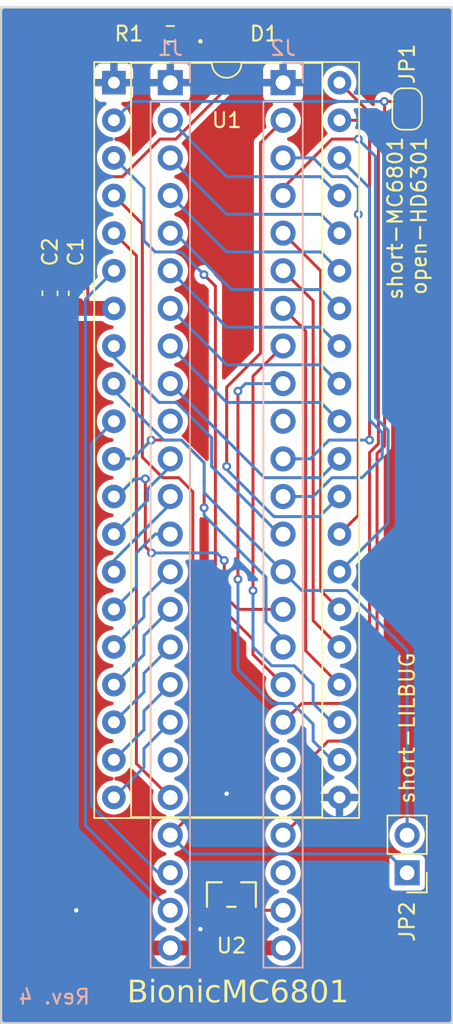
<source format=kicad_pcb>
(kicad_pcb (version 20221018) (generator pcbnew)
  (title_block (title "BionicMC6801") (date "2024-05-04") (rev "4") (company "Tadashi G. Takaoka"))
  (layers (0 "F.Cu" signal) (31 "B.Cu" signal) (34 "B.Paste" user) (35 "F.Paste" user) (36 "B.SilkS" user "B.Silkscreen") (37 "F.SilkS" user "F.Silkscreen") (38 "B.Mask" user) (39 "F.Mask" user) (44 "Edge.Cuts" user))
  (net 0 "")
  (net 1 "VCC")
  (net 2 "GND")
  (net 3 "/P26")
  (net 4 "/P27")
  (net 5 "/P47")
  (net 6 "/P46")
  (net 7 "/P25")
  (net 8 "/P24")
  (net 9 "/P23")
  (net 10 "/P22")
  (net 11 "/P21")
  (net 12 "/P20")
  (net 13 "/P34")
  (net 14 "/P35")
  (net 15 "/P17")
  (net 16 "/P36")
  (net 17 "/P16")
  (net 18 "/P15")
  (net 19 "/P40")
  (net 20 "/P14")
  (net 21 "/P41")
  (net 22 "/P13")
  (net 23 "/P42")
  (net 24 "/P12")
  (net 25 "/P11")
  (net 26 "/P44")
  (net 27 "/P10")
  (net 28 "/P45")
  (net 30 "/P50")
  (net 31 "/P43")
  (net 32 "/P52")
  (net 33 "/P30")
  (net 34 "/P31")
  (net 35 "/P32")
  (net 36 "/P33")
  (net 37 "/P37")
  (net 38 "/P51")
  (net 39 "/P53")
  (net 40 "Net-(D1-K)")
  (net 41 "/P55")
  (net 43 "Net-(J2-P57)")
  (footprint "0-LocalLibrary:DIP-40_W15.24mm_Socket" (layer "F.Cu") (at 108.62 75.08)
    (fp_text reference "U1" (at 7.62 2.54) (layer "F.SilkS"))
    (fp_text value "MC6801P")
    (fp_line (start -1.33 -1.39) (end -1.33 49.65) (stroke (width 0.12)) (layer "F.SilkS"))
    (fp_line (start -1.33 49.65) (end 16.57 49.65) (stroke (width 0.12)) (layer "F.SilkS"))
    (fp_line (start 1.16 -1.33) (end 1.16 49.59) (stroke (width 0.12)) (layer "F.SilkS"))
    (fp_line (start 1.16 49.59) (end 14.08 49.59) (stroke (width 0.12)) (layer "F.SilkS"))
    (fp_line (start 6.62 -1.33) (end 1.16 -1.33) (stroke (width 0.12)) (layer "F.SilkS"))
    (fp_line (start 14.08 -1.33) (end 8.62 -1.33) (stroke (width 0.12)) (layer "F.SilkS"))
    (fp_line (start 14.08 49.59) (end 14.08 -1.33) (stroke (width 0.12)) (layer "F.SilkS"))
    (fp_line (start 16.57 -1.39) (end -1.33 -1.39) (stroke (width 0.12)) (layer "F.SilkS"))
    (fp_line (start 16.57 49.65) (end 16.57 -1.39) (stroke (width 0.12)) (layer "F.SilkS"))
    (fp_arc (start 8.62 -1.33) (mid 7.62 -0.33) (end 6.62 -1.33) (stroke (width 0.12)) (layer "F.SilkS"))
    (pad "1" thru_hole rect locked (at 0 0) (size 1.6 1.6) (drill 0.8) (layers "*.Cu" "*.Mask") (net 2 "GND"))
    (pad "2" thru_hole oval locked (at 0 2.54) (size 1.6 1.6) (drill 0.8) (layers "*.Cu" "*.Mask") (net 41 "/P55"))
    (pad "3" thru_hole oval locked (at 0 5.08) (size 1.6 1.6) (drill 0.8) (layers "*.Cu" "*.Mask") (net 6 "/P46"))
    (pad "4" thru_hole oval locked (at 0 7.62) (size 1.6 1.6) (drill 0.8) (layers "*.Cu" "*.Mask") (net 38 "/P51"))
    (pad "5" thru_hole oval locked (at 0 10.16) (size 1.6 1.6) (drill 0.8) (layers "*.Cu" "*.Mask") (net 30 "/P50"))
    (pad "6" thru_hole oval locked (at 0 12.7) (size 1.6 1.6) (drill 0.8) (layers "*.Cu" "*.Mask") (net 39 "/P53"))
    (pad "7" thru_hole oval locked (at 0 15.24) (size 1.6 1.6) (drill 0.8) (layers "*.Cu" "*.Mask") (net 1 "VCC"))
    (pad "8" thru_hole oval locked (at 0 17.78) (size 1.6 1.6) (drill 0.8) (layers "*.Cu" "*.Mask") (net 23 "/P42"))
    (pad "9" thru_hole oval locked (at 0 20.32) (size 1.6 1.6) (drill 0.8) (layers "*.Cu" "*.Mask") (net 31 "/P43"))
    (pad "10" thru_hole oval locked (at 0 22.86) (size 1.6 1.6) (drill 0.8) (layers "*.Cu" "*.Mask") (net 32 "/P52"))
    (pad "11" thru_hole oval locked (at 0 25.4) (size 1.6 1.6) (drill 0.8) (layers "*.Cu" "*.Mask") (net 28 "/P45"))
    (pad "12" thru_hole oval locked (at 0 27.94) (size 1.6 1.6) (drill 0.8) (layers "*.Cu" "*.Mask") (net 26 "/P44"))
    (pad "13" thru_hole oval locked (at 0 30.48) (size 1.6 1.6) (drill 0.8) (layers "*.Cu" "*.Mask") (net 33 "/P30"))
    (pad "14" thru_hole oval locked (at 0 33.02) (size 1.6 1.6) (drill 0.8) (layers "*.Cu" "*.Mask") (net 34 "/P31"))
    (pad "15" thru_hole oval locked (at 0 35.56) (size 1.6 1.6) (drill 0.8) (layers "*.Cu" "*.Mask") (net 35 "/P32"))
    (pad "16" thru_hole oval locked (at 0 38.1) (size 1.6 1.6) (drill 0.8) (layers "*.Cu" "*.Mask") (net 36 "/P33"))
    (pad "17" thru_hole oval locked (at 0 40.64) (size 1.6 1.6) (drill 0.8) (layers "*.Cu" "*.Mask") (net 13 "/P34"))
    (pad "18" thru_hole oval locked (at 0 43.18) (size 1.6 1.6) (drill 0.8) (layers "*.Cu" "*.Mask") (net 14 "/P35"))
    (pad "19" thru_hole oval locked (at 0 45.72) (size 1.6 1.6) (drill 0.8) (layers "*.Cu" "*.Mask") (net 16 "/P36"))
    (pad "20" thru_hole oval locked (at 0 48.26) (size 1.6 1.6) (drill 0.8) (layers "*.Cu" "*.Mask") (net 37 "/P37"))
    (pad "21" thru_hole oval locked (at 15.24 48.26) (size 1.6 1.6) (drill 0.8) (layers "*.Cu" "*.Mask") (net 2 "GND"))
    (pad "22" thru_hole oval locked (at 15.24 45.72) (size 1.6 1.6) (drill 0.8) (layers "*.Cu" "*.Mask") (net 4 "/P27"))
    (pad "23" thru_hole oval locked (at 15.24 43.18) (size 1.6 1.6) (drill 0.8) (layers "*.Cu" "*.Mask") (net 3 "/P26"))
    (pad "24" thru_hole oval locked (at 15.24 40.64) (size 1.6 1.6) (drill 0.8) (layers "*.Cu" "*.Mask") (net 7 "/P25"))
    (pad "25" thru_hole oval locked (at 15.24 38.1) (size 1.6 1.6) (drill 0.8) (layers "*.Cu" "*.Mask") (net 8 "/P24"))
    (pad "26" thru_hole oval locked (at 15.24 35.56) (size 1.6 1.6) (drill 0.8) (layers "*.Cu" "*.Mask") (net 9 "/P23"))
    (pad "27" thru_hole oval locked (at 15.24 33.02) (size 1.6 1.6) (drill 0.8) (layers "*.Cu" "*.Mask") (net 10 "/P22"))
    (pad "28" thru_hole oval locked (at 15.24 30.48) (size 1.6 1.6) (drill 0.8) (layers "*.Cu" "*.Mask") (net 11 "/P21"))
    (pad "29" thru_hole oval locked (at 15.24 27.94) (size 1.6 1.6) (drill 0.8) (layers "*.Cu" "*.Mask") (net 12 "/P20"))
    (pad "30" thru_hole oval locked (at 15.24 25.4) (size 1.6 1.6) (drill 0.8) (layers "*.Cu" "*.Mask") (net 15 "/P17"))
    (pad "31" thru_hole oval locked (at 15.24 22.86) (size 1.6 1.6) (drill 0.8) (layers "*.Cu" "*.Mask") (net 17 "/P16"))
    (pad "32" thru_hole oval locked (at 15.24 20.32) (size 1.6 1.6) (drill 0.8) (layers "*.Cu" "*.Mask") (net 18 "/P15"))
    (pad "33" thru_hole oval locked (at 15.24 17.78) (size 1.6 1.6) (drill 0.8) (layers "*.Cu" "*.Mask") (net 20 "/P14"))
    (pad "34" thru_hole oval locked (at 15.24 15.24) (size 1.6 1.6) (drill 0.8) (layers "*.Cu" "*.Mask") (net 22 "/P13"))
    (pad "35" thru_hole oval locked (at 15.24 12.7) (size 1.6 1.6) (drill 0.8) (layers "*.Cu" "*.Mask") (net 24 "/P12"))
    (pad "36" thru_hole oval locked (at 15.24 10.16) (size 1.6 1.6) (drill 0.8) (layers "*.Cu" "*.Mask") (net 25 "/P11"))
    (pad "37" thru_hole oval locked (at 15.24 7.62) (size 1.6 1.6) (drill 0.8) (layers "*.Cu" "*.Mask") (net 27 "/P10"))
    (pad "38" thru_hole oval locked (at 15.24 5.08) (size 1.6 1.6) (drill 0.8) (layers "*.Cu" "*.Mask") (net 21 "/P41"))
    (pad "39" thru_hole oval locked (at 15.24 2.54) (size 1.6 1.6) (drill 0.8) (layers "*.Cu" "*.Mask") (net 19 "/P40"))
    (pad "40" thru_hole oval locked (at 15.24 0) (size 1.6 1.6) (drill 0.8) (layers "*.Cu" "*.Mask") (net 5 "/P47"))
  )
  (footprint "Resistor_SMD:R_0603_1608Metric_Pad0.98x0.95mm_HandSolder" (layer "F.Cu") (at 112.43 71.778 180)
    (fp_text reference "R1" (at 2.794 0) (layer "F.SilkS"))
    (fp_text value "1.6k")
    (fp_line (start -0.254724 -0.5225) (end 0.254724 -0.5225) (stroke (width 0.12)) (layer "F.SilkS"))
    (fp_line (start -0.254724 0.5225) (end 0.254724 0.5225) (stroke (width 0.12)) (layer "F.SilkS"))
    (pad "1" smd roundrect (at -0.9125 0 180) (size 0.975 0.95) (layers "F.Cu" "F.Paste" "F.Mask") (net 40 "Net-(D1-K)"))
    (pad "2" smd roundrect (at 0.9125 0 180) (size 0.975 0.95) (layers "F.Cu" "F.Paste" "F.Mask") (net 2 "GND"))
  )
  (footprint "Connector_PinHeader_2.54mm:PinHeader_1x02_P2.54mm_Vertical" (layer "F.Cu") (at 128.432 128.425 180)
    (fp_text reference "JP2" (at 0 -3.302 90) (layer "F.SilkS"))
    (fp_text value "LILBUG")
    (fp_line (start -1.33 -1.33) (end 0 -1.33) (stroke (width 0.12)) (layer "F.SilkS"))
    (fp_line (start -1.33 0) (end -1.33 -1.33) (stroke (width 0.12)) (layer "F.SilkS"))
    (fp_line (start -1.33 1.27) (end -1.33 3.87) (stroke (width 0.12)) (layer "F.SilkS"))
    (fp_line (start -1.33 1.27) (end 1.33 1.27) (stroke (width 0.12)) (layer "F.SilkS"))
    (fp_line (start -1.33 3.87) (end 1.33 3.87) (stroke (width 0.12)) (layer "F.SilkS"))
    (fp_line (start 1.33 1.27) (end 1.33 3.87) (stroke (width 0.12)) (layer "F.SilkS"))
    (pad "1" thru_hole rect (at 0 0 180) (size 1.7 1.7) (drill 1) (layers "*.Cu" "*.Mask") (net 38 "/P51"))
    (pad "2" thru_hole oval (at 0 2.54 180) (size 1.7 1.7) (drill 1) (layers "*.Cu" "*.Mask") (net 31 "/P43"))
  )
  (footprint "Capacitor_SMD:C_0603_1608Metric_Pad1.08x0.95mm_HandSolder" (layer "F.Cu") (at 106.08 89.304 90)
    (fp_text reference "C1" (at 2.794 -0.042 90) (layer "F.SilkS"))
    (fp_text value "0.1u")
    (fp_line (start -0.146267 -0.51) (end 0.146267 -0.51) (stroke (width 0.12)) (layer "F.SilkS"))
    (fp_line (start -0.146267 0.51) (end 0.146267 0.51) (stroke (width 0.12)) (layer "F.SilkS"))
    (pad "1" smd roundrect (at -0.8625 0 90) (size 1.075 0.95) (layers "F.Cu" "F.Paste" "F.Mask") (net 1 "VCC"))
    (pad "2" smd roundrect (at 0.8625 0 90) (size 1.075 0.95) (layers "F.Cu" "F.Paste" "F.Mask") (net 2 "GND"))
  )
  (footprint "0-LocalLibrary:SolderJumper-2_P1.3mm_Open_RoundedPad1.0x1.5mm" (layer "F.Cu") (at 128.432 76.858 90)
    (fp_text reference "JP1" (at 3.048 0 90) (layer "F.SilkS"))
    (fp_text value "CPU")
    (fp_line (start -1.4 0.3) (end -1.4 -0.3) (stroke (width 0.12)) (layer "F.SilkS"))
    (fp_line (start -0.7 -1) (end 0.7 -1) (stroke (width 0.12)) (layer "F.SilkS"))
    (fp_line (start 0.7 1) (end -0.7 1) (stroke (width 0.12)) (layer "F.SilkS"))
    (fp_line (start 1.4 -0.3) (end 1.4 0.3) (stroke (width 0.12)) (layer "F.SilkS"))
    (fp_arc (start -1.4 -0.3) (mid -1.194975 -0.794975) (end -0.7 -1) (stroke (width 0.12)) (layer "F.SilkS"))
    (fp_arc (start -0.7 1) (mid -1.194975 0.794975) (end -1.4 0.3) (stroke (width 0.12)) (layer "F.SilkS"))
    (fp_arc (start 0.7 -1) (mid 1.194975 -0.794975) (end 1.4 -0.3) (stroke (width 0.12)) (layer "F.SilkS"))
    (fp_arc (start 1.4 0.3) (mid 1.194975 0.794975) (end 0.7 1) (stroke (width 0.12)) (layer "F.SilkS"))
    (pad "1" smd custom (at -0.65 0 90) (size 1 0.5) (layers "F.Cu" "F.Mask") (net 2 "GND") (options (clearance outline) (anchor rect)) (primitives (gr_circle (center 0 0.25) (end 0.5 0.25) (width 0) (fill yes)) (gr_circle (center 0 -0.25) (end 0.5 -0.25) (width 0) (fill yes)) (gr_poly (pts (xy 0.5 0.75) (xy 0 0.75) (xy 0 -0.75) (xy 0.5 -0.75)) (width 0) (fill yes))))
    (pad "2" smd custom (at 0.65 0 90) (size 1 0.5) (layers "F.Cu" "F.Mask") (net 41 "/P55") (options (clearance outline) (anchor rect)) (primitives (gr_circle (center 0 0.25) (end 0.5 0.25) (width 0) (fill yes)) (gr_circle (center 0 -0.25) (end 0.5 -0.25) (width 0) (fill yes)) (gr_poly (pts (xy 0 0.75) (xy -0.5 0.75) (xy -0.5 -0.75) (xy 0 -0.75)) (width 0) (fill yes))))
  )
  (footprint "Capacitor_SMD:C_0603_1608Metric_Pad1.08x0.95mm_HandSolder" (layer "F.Cu") (at 104.302 89.304 90)
    (fp_text reference "C2" (at 2.794 0 90) (layer "F.SilkS"))
    (fp_text value "22u")
    (fp_line (start -0.146267 -0.51) (end 0.146267 -0.51) (stroke (width 0.12)) (layer "F.SilkS"))
    (fp_line (start -0.146267 0.51) (end 0.146267 0.51) (stroke (width 0.12)) (layer "F.SilkS"))
    (pad "1" smd roundrect (at -0.8625 0 90) (size 1.075 0.95) (layers "F.Cu" "F.Paste" "F.Mask") (net 1 "VCC"))
    (pad "2" smd roundrect (at 0.8625 0 90) (size 1.075 0.95) (layers "F.Cu" "F.Paste" "F.Mask") (net 2 "GND"))
  )
  (footprint "0-LocalLibrary:LED_CSL1901UW1_ROM" (layer "F.Cu") (at 116.24 71.778)
    (fp_text reference "D1" (at 2.54 0 unlocked) (layer "F.SilkS"))
    (fp_text value "CSL1901UW1")
    (fp_circle (center -1.778 0.508) (end -1.7018 0.508) (stroke (width 0.1524)) (fill none) (layer "F.SilkS"))
    (pad "1" smd rect (at -0.7747 0) (size 0.762 0.7112) (layers "F.Cu" "F.Paste" "F.Mask") (net 40 "Net-(D1-K)"))
    (pad "2" smd rect (at 0.7747 0) (size 0.762 0.7112) (layers "F.Cu" "F.Paste" "F.Mask") (net 1 "VCC"))
    (zone (net 0) (net_name "") (layer "F.Cu") (connect_pads (clearance 0)) (min_thickness 0.254)
      (keepout (tracks not_allowed) (vias not_allowed) (pads allowed) (copperpour not_allowed) (footprints allowed))
      (fill (thermal_gap 0.508) (thermal_bridge_width 0.508))
      (polygon (pts (xy 115.8971 71.4224) (xy 116.5829 71.4224) (xy 116.5829 72.1336) (xy 115.8971 72.1336)))
    )
  )
  (footprint "0-LocalLibrary:SOT-23_MC_MCH-M" (layer "F.Cu") (at 116.56 129.894)
    (fp_text reference "U2" (at 0 3.4544 unlocked) (layer "F.SilkS"))
    (fp_text value "11AA010-I/TT")
    (fp_line (start -1.652 -0.827) (end -1.652 0.827) (stroke (width 0.1524)) (layer "F.SilkS"))
    (fp_line (start -0.66294 -0.827) (end -1.652 -0.827) (stroke (width 0.1524)) (layer "F.SilkS"))
    (fp_line (start -0.287061 0.827) (end 0.287061 0.827) (stroke (width 0.1524)) (layer "F.SilkS"))
    (fp_line (start 1.652 -0.827) (end 0.66294 -0.827) (stroke (width 0.1524)) (layer "F.SilkS"))
    (fp_line (start 1.652 0.827) (end 1.652 -0.827) (stroke (width 0.1524)) (layer "F.SilkS"))
    (pad "1" smd rect (at -0.950001 1.066) (size 0.6604 1.6256) (layers "F.Cu" "F.Paste" "F.Mask") (net 2 "GND"))
    (pad "2" smd rect (at 0.950001 1.066) (size 0.6604 1.6256) (layers "F.Cu" "F.Paste" "F.Mask") (net 43 "Net-(J2-P57)"))
    (pad "3" smd rect (at 0 -1.066) (size 0.6604 1.6256) (layers "F.Cu" "F.Paste" "F.Mask") (net 1 "VCC"))
  )
  (footprint "0-LocalLibrary:Bionic-P245_Vertical" (layer "B.Cu") (at 120.05 75.08 180)
    (fp_text reference "J2" (at 0 2.33) (layer "B.SilkS") (effects (justify mirror)))
    (fp_text value "Bionic-P245")
    (fp_line (start -1.33 -59.75) (end 1.33 -59.75) (stroke (width 0.12)) (layer "B.SilkS"))
    (fp_line (start -1.33 -1.27) (end -1.33 -59.75) (stroke (width 0.12)) (layer "B.SilkS"))
    (fp_line (start -1.33 -1.27) (end 1.33 -1.27) (stroke (width 0.12)) (layer "B.SilkS"))
    (fp_line (start -1.33 0) (end -1.33 1.33) (stroke (width 0.12)) (layer "B.SilkS"))
    (fp_line (start -1.33 1.33) (end 0 1.33) (stroke (width 0.12)) (layer "B.SilkS"))
    (fp_line (start 1.33 -1.27) (end 1.33 -59.75) (stroke (width 0.12)) (layer "B.SilkS"))
    (pad "25" thru_hole oval (at 0 -58.42 180) (size 1.7 1.7) (drill 1) (layers "*.Cu" "*.Mask") (net 1 "VCC"))
    (pad "26" thru_hole oval (at 0 -55.88 180) (size 1.7 1.7) (drill 1) (layers "*.Cu" "*.Mask") (net 43 "Net-(J2-P57)"))
    (pad "27" thru_hole oval (at 0 -53.34 180) (size 1.7 1.7) (drill 1) (layers "*.Cu" "*.Mask"))
    (pad "28" thru_hole oval (at 0 -50.8 180) (size 1.7 1.7) (drill 1) (layers "*.Cu" "*.Mask") (net 41 "/P55"))
    (pad "29" thru_hole oval (at 0 -48.26 180) (size 1.7 1.7) (drill 1) (layers "*.Cu" "*.Mask"))
    (pad "30" thru_hole oval (at 0 -45.72 180) (size 1.7 1.7) (drill 1) (layers "*.Cu" "*.Mask"))
    (pad "31" thru_hole oval (at 0 -43.18 180) (size 1.7 1.7) (drill 1) (layers "*.Cu" "*.Mask") (net 5 "/P47"))
    (pad "32" thru_hole oval (at 0 -40.64 180) (size 1.7 1.7) (drill 1) (layers "*.Cu" "*.Mask") (net 6 "/P46"))
    (pad "33" thru_hole oval (at 0 -38.1 180) (size 1.7 1.7) (drill 1) (layers "*.Cu" "*.Mask") (net 28 "/P45"))
    (pad "34" thru_hole oval (at 0 -35.56 180) (size 1.7 1.7) (drill 1) (layers "*.Cu" "*.Mask") (net 26 "/P44"))
    (pad "35" thru_hole oval (at 0 -33.02 180) (size 1.7 1.7) (drill 1) (layers "*.Cu" "*.Mask") (net 31 "/P43"))
    (pad "36" thru_hole oval (at 0 -30.48 180) (size 1.7 1.7) (drill 1) (layers "*.Cu" "*.Mask") (net 23 "/P42"))
    (pad "37" thru_hole oval (at 0 -27.94 180) (size 1.7 1.7) (drill 1) (layers "*.Cu" "*.Mask") (net 21 "/P41"))
    (pad "38" thru_hole oval (at 0 -25.4 180) (size 1.7 1.7) (drill 1) (layers "*.Cu" "*.Mask") (net 19 "/P40"))
    (pad "39" thru_hole oval (at 0 -22.86 180) (size 1.7 1.7) (drill 1) (layers "*.Cu" "*.Mask"))
    (pad "40" thru_hole oval (at 0 -20.32 180) (size 1.7 1.7) (drill 1) (layers "*.Cu" "*.Mask") (net 4 "/P27"))
    (pad "41" thru_hole oval (at 0 -17.78 180) (size 1.7 1.7) (drill 1) (layers "*.Cu" "*.Mask") (net 3 "/P26"))
    (pad "42" thru_hole oval (at 0 -15.24 180) (size 1.7 1.7) (drill 1) (layers "*.Cu" "*.Mask") (net 7 "/P25"))
    (pad "43" thru_hole oval (at 0 -12.7 180) (size 1.7 1.7) (drill 1) (layers "*.Cu" "*.Mask") (net 8 "/P24"))
    (pad "44" thru_hole oval (at 0 -10.16 180) (size 1.7 1.7) (drill 1) (layers "*.Cu" "*.Mask") (net 9 "/P23"))
    (pad "45" thru_hole oval (at 0 -7.62 180) (size 1.7 1.7) (drill 1) (layers "*.Cu" "*.Mask") (net 10 "/P22"))
    (pad "46" thru_hole oval (at 0 -5.08 180) (size 1.7 1.7) (drill 1) (layers "*.Cu" "*.Mask") (net 11 "/P21"))
    (pad "47" thru_hole oval (at 0 -2.54 180) (size 1.7 1.7) (drill 1) (layers "*.Cu" "*.Mask") (net 12 "/P20"))
    (pad "48" thru_hole rect (at 0 0 180) (size 1.7 1.7) (drill 1) (layers "*.Cu" "*.Mask") (net 2 "GND"))
  )
  (footprint "0-LocalLibrary:Bionic-P135_Vertical" (layer "B.Cu") (at 112.43 75.08 180)
    (fp_text reference "J1" (at 0 2.33) (layer "B.SilkS") (effects (justify mirror)))
    (fp_text value "Bionic-P135")
    (fp_line (start -1.33 -59.75) (end 1.33 -59.75) (stroke (width 0.12)) (layer "B.SilkS"))
    (fp_line (start -1.33 -1.27) (end -1.33 -59.75) (stroke (width 0.12)) (layer "B.SilkS"))
    (fp_line (start -1.33 -1.27) (end 1.33 -1.27) (stroke (width 0.12)) (layer "B.SilkS"))
    (fp_line (start -1.33 0) (end -1.33 1.33) (stroke (width 0.12)) (layer "B.SilkS"))
    (fp_line (start -1.33 1.33) (end 0 1.33) (stroke (width 0.12)) (layer "B.SilkS"))
    (fp_line (start 1.33 -1.27) (end 1.33 -59.75) (stroke (width 0.12)) (layer "B.SilkS"))
    (pad "1" thru_hole rect locked (at 0 0 180) (size 1.7 1.7) (drill 1) (layers "*.Cu" "*.Mask") (net 2 "GND"))
    (pad "2" thru_hole oval locked (at 0 -2.54 180) (size 1.7 1.7) (drill 1) (layers "*.Cu" "*.Mask") (net 27 "/P10"))
    (pad "3" thru_hole oval locked (at 0 -5.08 180) (size 1.7 1.7) (drill 1) (layers "*.Cu" "*.Mask") (net 25 "/P11"))
    (pad "4" thru_hole oval locked (at 0 -7.62 180) (size 1.7 1.7) (drill 1) (layers "*.Cu" "*.Mask") (net 24 "/P12"))
    (pad "5" thru_hole oval locked (at 0 -10.16 180) (size 1.7 1.7) (drill 1) (layers "*.Cu" "*.Mask") (net 22 "/P13"))
    (pad "6" thru_hole oval locked (at 0 -12.7 180) (size 1.7 1.7) (drill 1) (layers "*.Cu" "*.Mask") (net 20 "/P14"))
    (pad "7" thru_hole oval locked (at 0 -15.24 180) (size 1.7 1.7) (drill 1) (layers "*.Cu" "*.Mask") (net 18 "/P15"))
    (pad "8" thru_hole oval locked (at 0 -17.78 180) (size 1.7 1.7) (drill 1) (layers "*.Cu" "*.Mask") (net 17 "/P16"))
    (pad "9" thru_hole oval locked (at 0 -20.32 180) (size 1.7 1.7) (drill 1) (layers "*.Cu" "*.Mask") (net 15 "/P17"))
    (pad "10" thru_hole oval locked (at 0 -22.86 180) (size 1.7 1.7) (drill 1) (layers "*.Cu" "*.Mask"))
    (pad "11" thru_hole oval locked (at 0 -25.4 180) (size 1.7 1.7) (drill 1) (layers "*.Cu" "*.Mask") (net 33 "/P30"))
    (pad "12" thru_hole oval locked (at 0 -27.94 180) (size 1.7 1.7) (drill 1) (layers "*.Cu" "*.Mask") (net 34 "/P31"))
    (pad "13" thru_hole oval locked (at 0 -30.48 180) (size 1.7 1.7) (drill 1) (layers "*.Cu" "*.Mask") (net 35 "/P32"))
    (pad "14" thru_hole oval locked (at 0 -33.02 180) (size 1.7 1.7) (drill 1) (layers "*.Cu" "*.Mask") (net 36 "/P33"))
    (pad "15" thru_hole oval locked (at 0 -35.56 180) (size 1.7 1.7) (drill 1) (layers "*.Cu" "*.Mask") (net 13 "/P34"))
    (pad "16" thru_hole oval locked (at 0 -38.1 180) (size 1.7 1.7) (drill 1) (layers "*.Cu" "*.Mask") (net 14 "/P35"))
    (pad "17" thru_hole oval locked (at 0 -40.64 180) (size 1.7 1.7) (drill 1) (layers "*.Cu" "*.Mask") (net 16 "/P36"))
    (pad "18" thru_hole oval locked (at 0 -43.18 180) (size 1.7 1.7) (drill 1) (layers "*.Cu" "*.Mask") (net 37 "/P37"))
    (pad "19" thru_hole oval locked (at 0 -45.72 180) (size 1.7 1.7) (drill 1) (layers "*.Cu" "*.Mask"))
    (pad "20" thru_hole oval locked (at 0 -48.26 180) (size 1.7 1.7) (drill 1) (layers "*.Cu" "*.Mask") (net 30 "/P50"))
    (pad "21" thru_hole oval locked (at 0 -50.8 180) (size 1.7 1.7) (drill 1) (layers "*.Cu" "*.Mask") (net 38 "/P51"))
    (pad "22" thru_hole oval locked (at 0 -53.34 180) (size 1.7 1.7) (drill 1) (layers "*.Cu" "*.Mask") (net 32 "/P52"))
    (pad "23" thru_hole oval locked (at 0 -55.88 180) (size 1.7 1.7) (drill 1) (layers "*.Cu" "*.Mask") (net 39 "/P53"))
    (pad "24" thru_hole oval locked (at 0 -58.42 180) (size 1.7 1.7) (drill 1) (layers "*.Cu" "*.Mask") (net 1 "VCC"))
  )
  (gr_rect (start 101 70) (end 131.48 138.58) (stroke (width 0.15)) (fill none) (layer "Edge.Cuts"))
  (gr_text "Rev. 4" (at 107.096 136.802) (layer "B.SilkS") (effects (font (size 1 1)) (justify left mirror)))
  (gr_text "BionicMC6801" (at 117.002 136.548) (layer "F.SilkS") (effects (font (size 1.5 1.5))))
  (gr_text "short-LILBUG" (at 128.432 123.848 90) (layer "F.SilkS") (effects (font (size 1 1)) (justify left)))
  (gr_text "short-MC6801\nopen-HD6301" (at 128.432 78.636 90) (layer "F.SilkS") (effects (font (size 1 1)) (justify right)))
  (segment locked (start 120.05 133.5) (end 112.43 133.5) (width 1) (layer "F.Cu") (net 1))
  (segment locked (start 105.572 133.5) (end 103.54 131.468) (width 1) (layer "F.Cu") (net 1))
  (segment (start 116.56 128.828) (end 116.56 133.5) (width 0.2) (layer "F.Cu") (net 1))
  (segment (start 104.3021 90.1665) (end 104.5058 90.3702) (width 0.2) (layer "F.Cu") (net 1))
  (segment (start 106.8578 82.6842) (end 106.8578 90.3185) (width 0.2) (layer "F.Cu") (net 1))
  (segment (start 106.08 90.262) (end 106.08 90.1665) (width 0.2) (layer "F.Cu") (net 1))
  (segment (start 112.8027 78.89) (end 111.73485 78.89) (width 0.2) (layer "F.Cu") (net 1))
  (segment (start 109.19485 81.43) (end 108.112 81.43) (width 0.2) (layer "F.Cu") (net 1))
  (segment locked (start 104.556 90.32) (end 108.62 90.32) (width 1) (layer "F.Cu") (net 1))
  (segment (start 111.73485 78.89) (end 109.19485 81.43) (width 0.2) (layer "F.Cu") (net 1))
  (segment (start 117.0147 74.678) (end 112.8027 78.89) (width 0.2) (layer "F.Cu") (net 1))
  (segment (start 104.302 90.1665) (end 104.3021 90.1665) (width 0.2) (layer "F.Cu") (net 1))
  (segment locked (start 103.54 91.336) (end 104.556 90.32) (width 1) (layer "F.Cu") (net 1))
  (segment (start 108.112 81.43) (end 106.8578 82.6842) (width 0.2) (layer "F.Cu") (net 1))
  (segment locked (start 112.43 133.5) (end 105.572 133.5) (width 1) (layer "F.Cu") (net 1))
  (segment (start 106.138 90.32) (end 106.08 90.262) (width 0.2) (layer "F.Cu") (net 1))
  (segment locked (start 103.54 131.468) (end 103.54 91.336) (width 1) (layer "F.Cu") (net 1))
  (segment (start 117.0147 71.778) (end 117.0147 74.678) (width 0.2) (layer "F.Cu") (net 1))
  (via (at 114.462 132.23) (size 0.6) (drill 0.3) (layers "F.Cu" "B.Cu") (net 2))
  (via (at 116.24 123.086) (size 0.6) (drill 0.3) (layers "F.Cu" "B.Cu") (net 2))
  (via (at 106.08 130.96) (size 0.6) (drill 0.3) (layers "F.Cu" "B.Cu") (net 2))
  (segment (start 118.018 109.37) (end 118.018 94.892) (width 0.2) (layer "F.Cu") (net 3))
  (segment (start 118.018 94.892) (end 120.05 92.86) (width 0.2) (layer "F.Cu") (net 3))
  (via (at 118.018 109.37) (size 0.6) (drill 0.3) (layers "F.Cu" "B.Cu") (net 3))
  (segment (start 120.812 114.45) (end 122.082 115.72) (width 0.2) (layer "B.Cu") (net 3))
  (segment (start 119.796 92.606) (end 120.05 92.86) (width 0.2) (layer "B.Cu") (net 3))
  (segment (start 118.018 109.37) (end 118.018 113.18) (width 0.2) (layer "B.Cu") (net 3))
  (segment (start 123.352 118.26) (end 123.86 118.26) (width 0.2) (layer "B.Cu") (net 3))
  (segment (start 119.288 114.45) (end 120.812 114.45) (width 0.2) (layer "B.Cu") (net 3))
  (segment (start 122.082 116.99) (end 123.352 118.26) (width 0.2) (layer "B.Cu") (net 3))
  (segment (start 122.082 115.72) (end 122.082 116.99) (width 0.2) (layer "B.Cu") (net 3))
  (segment (start 118.018 113.18) (end 119.288 114.45) (width 0.2) (layer "B.Cu") (net 3))
  (segment (start 117.002 108.608) (end 117.002 95.908) (width 0.2) (layer "F.Cu") (net 4))
  (via (at 117.002 95.908) (size 0.6) (drill 0.3) (layers "F.Cu" "B.Cu") (net 4))
  (via (at 117.002 108.608) (size 0.6) (drill 0.3) (layers "F.Cu" "B.Cu") (net 4))
  (segment (start 117.51 95.4) (end 120.05 95.4) (width 0.2) (layer "B.Cu") (net 4))
  (segment (start 123.352 120.8) (end 123.86 120.8) (width 0.2) (layer "B.Cu") (net 4))
  (segment (start 120.685 116.99) (end 122.082 118.387) (width 0.2) (layer "B.Cu") (net 4))
  (segment (start 122.082 119.53) (end 123.352 120.8) (width 0.2) (layer "B.Cu") (net 4))
  (segment (start 119.288 116.99) (end 120.685 116.99) (width 0.2) (layer "B.Cu") (net 4))
  (segment (start 117.002 108.608) (end 117.002 114.704) (width 0.2) (layer "B.Cu") (net 4))
  (segment (start 117.002 114.704) (end 119.288 116.99) (width 0.2) (layer "B.Cu") (net 4))
  (segment (start 117.002 95.908) (end 117.51 95.4) (width 0.2) (layer "B.Cu") (net 4))
  (segment (start 122.082 118.387) (end 122.082 119.53) (width 0.2) (layer "B.Cu") (net 4))
  (segment (start 121.32 116.99) (end 124.5519 116.99) (width 0.2) (layer "F.Cu") (net 5))
  (segment (start 126.492 77.712) (end 123.86 75.08) (width 0.2) (layer "F.Cu") (net 5))
  (segment (start 125.892 115.6499) (end 125.892 100.058529) (width 0.2) (layer "F.Cu") (net 5))
  (segment (start 124.5519 116.99) (end 125.892 115.6499) (width 0.2) (layer "F.Cu") (net 5))
  (segment (start 126.492 99.458529) (end 126.492 77.712) (width 0.2) (layer "F.Cu") (net 5))
  (segment (start 125.892 100.058529) (end 126.492 99.458529) (width 0.2) (layer "F.Cu") (net 5))
  (segment (start 120.05 118.26) (end 121.32 116.99) (width 0.2) (layer "F.Cu") (net 5))
  (segment (start 115.478 88.81493) (end 115.478 110.132) (width 0.2) (layer "F.Cu") (net 6))
  (segment (start 118.018 113.688) (end 120.05 115.72) (width 0.2) (layer "F.Cu") (net 6))
  (segment (start 114.706535 88.043465) (end 115.478 88.81493) (width 0.2) (layer "F.Cu") (net 6))
  (segment (start 115.478 110.132) (end 118.018 112.672) (width 0.2) (layer "F.Cu") (net 6))
  (segment (start 118.018 112.672) (end 118.018 113.688) (width 0.2) (layer "F.Cu") (net 6))
  (via (at 114.706535 88.043465) (size 0.6) (drill 0.3) (layers "F.Cu" "B.Cu") (net 6))
  (segment (start 114.706535 88.043465) (end 113.17307 86.51) (width 0.2) (layer "B.Cu") (net 6))
  (segment (start 110.652 82.192) (end 108.62 80.16) (width 0.2) (layer "B.Cu") (net 6))
  (segment (start 110.652 85.748) (end 110.652 82.192) (width 0.2) (layer "B.Cu") (net 6))
  (segment (start 113.17307 86.51) (end 111.414 86.51) (width 0.2) (layer "B.Cu") (net 6))
  (segment (start 111.414 86.51) (end 110.652 85.748) (width 0.2) (layer "B.Cu") (net 6))
  (segment (start 121.574 91.844) (end 120.05 90.32) (width 0.2) (layer "F.Cu") (net 7))
  (segment (start 123.86 115.72) (end 121.574 113.434) (width 0.2) (layer "F.Cu") (net 7))
  (segment (start 121.574 113.434) (end 121.574 91.844) (width 0.2) (layer "F.Cu") (net 7))
  (segment (start 122.082 111.402) (end 123.86 113.18) (width 0.2) (layer "F.Cu") (net 8))
  (segment (start 120.05 87.78) (end 122.082 89.812) (width 0.2) (layer "F.Cu") (net 8))
  (segment (start 122.082 89.812) (end 122.082 111.402) (width 0.2) (layer "F.Cu") (net 8))
  (segment (start 122.59 87.78) (end 120.05 85.24) (width 0.2) (layer "F.Cu") (net 9))
  (segment (start 123.86 110.64) (end 122.59 109.37) (width 0.2) (layer "F.Cu") (net 9))
  (segment (start 122.59 109.37) (end 122.59 87.78) (width 0.2) (layer "F.Cu") (net 9))
  (segment (start 120.05 82.192) (end 120.05 82.7) (width 0.2) (layer "F.Cu") (net 10))
  (segment (start 123.352 78.89) (end 120.05 82.192) (width 0.2) (layer "F.Cu") (net 10))
  (segment (start 125.13 78.89) (end 123.352 78.89) (width 0.2) (layer "F.Cu") (net 10))
  (via (at 125.13 78.89) (size 0.6) (drill 0.3) (layers "F.Cu" "B.Cu") (net 10))
  (segment (start 126.292 97.687786) (end 127.146 98.541786) (width 0.2) (layer "B.Cu") (net 10))
  (segment (start 125.13 78.89) (end 126.292 80.052) (width 0.2) (layer "B.Cu") (net 10))
  (segment (start 126.292 80.052) (end 126.292 97.687786) (width 0.2) (layer "B.Cu") (net 10))
  (segment (start 127.146 104.814) (end 123.86 108.1) (width 0.2) (layer "B.Cu") (net 10))
  (segment (start 127.146 98.541786) (end 127.146 104.814) (width 0.2) (layer "B.Cu") (net 10))
  (segment (start 125.13 104.29) (end 123.86 105.56) (width 0.2) (layer "F.Cu") (net 11))
  (segment (start 125.13 83.97) (end 125.13 104.29) (width 0.2) (layer "F.Cu") (net 11))
  (via (at 125.13 83.97) (size 0.6) (drill 0.3) (layers "F.Cu" "B.Cu") (net 11))
  (segment (start 125.13 83.97) (end 125.13 82.192) (width 0.2) (layer "B.Cu") (net 11))
  (segment (start 125.13 82.192) (end 124.368 81.43) (width 0.2) (layer "B.Cu") (net 11))
  (segment (start 123.352 81.43) (end 122.082 80.16) (width 0.2) (layer "B.Cu") (net 11))
  (segment (start 124.368 81.43) (end 123.352 81.43) (width 0.2) (layer "B.Cu") (net 11))
  (segment (start 122.082 80.16) (end 120.05 80.16) (width 0.2) (layer "B.Cu") (net 11))
  (segment (start 118.526 93.346367) (end 118.526 79.144) (width 0.2) (layer "F.Cu") (net 12))
  (segment (start 116.24 100.988) (end 116.24 95.632367) (width 0.2) (layer "F.Cu") (net 12))
  (segment (start 116.24 95.632367) (end 118.526 93.346367) (width 0.2) (layer "F.Cu") (net 12))
  (segment (start 118.526 79.144) (end 120.05 77.62) (width 0.2) (layer "F.Cu") (net 12))
  (via (at 116.24 100.988) (size 0.6) (drill 0.3) (layers "F.Cu" "B.Cu") (net 12))
  (segment (start 119.434 104.378314) (end 122.501686 104.378314) (width 0.2) (layer "B.Cu") (net 12))
  (segment (start 116.24 100.988) (end 116.24 101.184314) (width 0.2) (layer "B.Cu") (net 12))
  (segment (start 122.501686 104.378314) (end 123.86 103.02) (width 0.2) (layer "B.Cu") (net 12))
  (segment (start 116.24 101.184314) (end 119.434 104.378314) (width 0.2) (layer "B.Cu") (net 12))
  (segment (start 110.652 113.688) (end 108.62 115.72) (width 0.2) (layer "B.Cu") (net 13))
  (segment (start 112.43 110.64) (end 110.652 112.418) (width 0.2) (layer "B.Cu") (net 13))
  (segment (start 110.652 112.418) (end 110.652 113.688) (width 0.2) (layer "B.Cu") (net 13))
  (segment (start 112.43 113.18) (end 110.652 114.958) (width 0.2) (layer "B.Cu") (net 14))
  (segment (start 110.652 116.228) (end 108.62 118.26) (width 0.2) (layer "B.Cu") (net 14))
  (segment (start 110.652 114.958) (end 110.652 116.228) (width 0.2) (layer "B.Cu") (net 14))
  (segment (start 122.59 101.75) (end 118.78 101.75) (width 0.2) (layer "B.Cu") (net 15))
  (segment (start 123.86 100.48) (end 122.59 101.75) (width 0.2) (layer "B.Cu") (net 15))
  (segment (start 118.78 101.75) (end 112.43 95.4) (width 0.2) (layer "B.Cu") (net 15))
  (segment (start 112.43 115.72) (end 110.652 117.498) (width 0.2) (layer "B.Cu") (net 16))
  (segment (start 110.652 118.768) (end 108.62 120.8) (width 0.2) (layer "B.Cu") (net 16))
  (segment (start 110.652 117.498) (end 110.652 118.768) (width 0.2) (layer "B.Cu") (net 16))
  (segment (start 112.43 92.86) (end 116.24 96.67) (width 0.2) (layer "B.Cu") (net 17))
  (segment (start 116.24 96.67) (end 122.59 96.67) (width 0.2) (layer "B.Cu") (net 17))
  (segment (start 122.59 96.67) (end 123.86 97.94) (width 0.2) (layer "B.Cu") (net 17))
  (segment (start 112.43 90.32) (end 116.24 94.13) (width 0.2) (layer "B.Cu") (net 18))
  (segment (start 122.59 94.13) (end 123.86 95.4) (width 0.2) (layer "B.Cu") (net 18))
  (segment (start 116.24 94.13) (end 122.59 94.13) (width 0.2) (layer "B.Cu") (net 18))
  (segment (start 125.13 77.62) (end 123.86 77.62) (width 0.2) (layer "F.Cu") (net 19))
  (segment (start 125.892 78.382) (end 125.13 77.62) (width 0.2) (layer "F.Cu") (net 19))
  (segment (start 125.892 99.21) (end 125.892 78.382) (width 0.2) (layer "F.Cu") (net 19))
  (via (at 125.892 99.21) (size 0.6) (drill 0.3) (layers "F.Cu" "B.Cu") (net 19))
  (segment (start 125.892 99.21) (end 123.155686 99.21) (width 0.2) (layer "B.Cu") (net 19))
  (segment (start 123.155686 99.21) (end 121.885686 100.48) (width 0.2) (layer "B.Cu") (net 19))
  (segment (start 121.885686 100.48) (end 120.05 100.48) (width 0.2) (layer "B.Cu") (net 19))
  (segment (start 112.43 87.78) (end 116.24 91.59) (width 0.2) (layer "B.Cu") (net 20))
  (segment (start 116.24 91.59) (end 122.59 91.59) (width 0.2) (layer "B.Cu") (net 20))
  (segment (start 122.59 91.59) (end 123.86 92.86) (width 0.2) (layer "B.Cu") (net 20))
  (segment (start 125.892 97.853471) (end 126.746 98.707471) (width 0.2) (layer "B.Cu") (net 21))
  (segment (start 126.746 98.707471) (end 126.746 100.388) (width 0.2) (layer "B.Cu") (net 21))
  (segment (start 123.352 101.75) (end 122.082 103.02) (width 0.2) (layer "B.Cu") (net 21))
  (segment (start 122.082 103.02) (end 120.05 103.02) (width 0.2) (layer "B.Cu") (net 21))
  (segment (start 126.746 100.388) (end 125.384 101.75) (width 0.2) (layer "B.Cu") (net 21))
  (segment (start 123.86 80.16) (end 125.892 82.192) (width 0.2) (layer "B.Cu") (net 21))
  (segment (start 125.384 101.75) (end 123.352 101.75) (width 0.2) (layer "B.Cu") (net 21))
  (segment (start 125.892 82.192) (end 125.892 97.853471) (width 0.2) (layer "B.Cu") (net 21))
  (segment (start 122.59 89.05) (end 123.86 90.32) (width 0.2) (layer "B.Cu") (net 22))
  (segment (start 112.7516 85.24) (end 116.5616 89.05) (width 0.2) (layer "B.Cu") (net 22))
  (segment (start 112.43 85.24) (end 112.7516 85.24) (width 0.2) (layer "B.Cu") (net 22))
  (segment (start 116.5616 89.05) (end 122.59 89.05) (width 0.2) (layer "B.Cu") (net 22))
  (segment (start 112.8416 96.67) (end 115.224 99.0524) (width 0.2) (layer "B.Cu") (net 23))
  (segment (start 108.62 93.622) (end 111.668 96.67) (width 0.2) (layer "B.Cu") (net 23))
  (segment (start 119.796 105.56) (end 120.05 105.56) (width 0.2) (layer "B.Cu") (net 23))
  (segment (start 115.224 100.988) (end 119.796 105.56) (width 0.2) (layer "B.Cu") (net 23))
  (segment (start 115.224 99.0524) (end 115.224 100.988) (width 0.2) (layer "B.Cu") (net 23))
  (segment (start 111.668 96.67) (end 112.8416 96.67) (width 0.2) (layer "B.Cu") (net 23))
  (segment (start 108.62 92.86) (end 108.62 93.622) (width 0.2) (layer "B.Cu") (net 23))
  (segment (start 116.24 86.51) (end 122.59 86.51) (width 0.2) (layer "B.Cu") (net 24))
  (segment (start 112.43 82.7) (end 116.24 86.51) (width 0.2) (layer "B.Cu") (net 24))
  (segment (start 122.59 86.51) (end 123.86 87.78) (width 0.2) (layer "B.Cu") (net 24))
  (segment (start 122.59 83.97) (end 123.86 85.24) (width 0.2) (layer "B.Cu") (net 25))
  (segment (start 112.43 80.16) (end 116.24 83.97) (width 0.2) (layer "B.Cu") (net 25))
  (segment (start 116.24 83.97) (end 122.59 83.97) (width 0.2) (layer "B.Cu") (net 25))
  (segment (start 110.7438 106.4138) (end 111.16 106.83) (width 0.2) (layer "F.Cu") (net 26))
  (segment (start 117.002 110.64) (end 120.05 110.64) (width 0.2) (layer "F.Cu") (net 26))
  (segment (start 110.7438 101.831239) (end 110.7438 106.4138) (width 0.2) (layer "F.Cu") (net 26))
  (segment (start 116.078 107.338) (end 116.078 109.716) (width 0.2) (layer "F.Cu") (net 26))
  (segment (start 116.078 109.716) (end 117.002 110.64) (width 0.2) (layer "F.Cu") (net 26))
  (segment (start 110.741016 101.828455) (end 110.7438 101.831239) (width 0.2) (layer "F.Cu") (net 26))
  (via (at 116.078 107.338) (size 0.6) (drill 0.3) (layers "F.Cu" "B.Cu") (net 26))
  (via (at 111.16 106.83) (size 0.6) (drill 0.3) (layers "F.Cu" "B.Cu") (net 26))
  (via (at 110.741016 101.828455) (size 0.6) (drill 0.3) (layers "F.Cu" "B.Cu") (net 26))
  (segment (start 116.078 107.338) (end 115.57 106.83) (width 0.2) (layer "B.Cu") (net 26))
  (segment (start 108.830735 103.02) (end 108.62 103.02) (width 0.2) (layer "B.Cu") (net 26))
  (segment (start 110.741016 101.828455) (end 110.02228 101.828455) (width 0.2) (layer "B.Cu") (net 26))
  (segment (start 110.02228 101.828455) (end 108.830735 103.02) (width 0.2) (layer "B.Cu") (net 26))
  (segment (start 115.57 106.83) (end 111.16 106.83) (width 0.2) (layer "B.Cu") (net 26))
  (segment (start 122.561157 81.43) (end 123.831157 82.7) (width 0.2) (layer "B.Cu") (net 27))
  (segment (start 123.831157 82.7) (end 123.86 82.7) (width 0.2) (layer "B.Cu") (net 27))
  (segment (start 116.24 81.43) (end 122.561157 81.43) (width 0.2) (layer "B.Cu") (net 27))
  (segment (start 112.43 77.62) (end 116.24 81.43) (width 0.2) (layer "B.Cu") (net 27))
  (segment (start 111.145372 99.21) (end 111.1419 99.213472) (width 0.2) (layer "F.Cu") (net 28))
  (segment (start 114.716 103.782) (end 114.716 100.734) (width 0.2) (layer "F.Cu") (net 28))
  (segment (start 114.716 100.734) (end 113.192 99.21) (width 0.2) (layer "F.Cu") (net 28))
  (segment (start 113.192 99.21) (end 111.145372 99.21) (width 0.2) (layer "F.Cu") (net 28))
  (via (at 111.1419 99.213472) (size 0.6) (drill 0.3) (layers "F.Cu" "B.Cu") (net 28))
  (via (at 114.716 103.782) (size 0.6) (drill 0.3) (layers "F.Cu" "B.Cu") (net 28))
  (segment (start 118.8981 108.4721) (end 118.8981 111.4878) (width 0.2) (layer "B.Cu") (net 28))
  (segment (start 111.1419 99.213472) (end 109.875372 100.48) (width 0.2) (layer "B.Cu") (net 28))
  (segment (start 118.8981 111.4878) (end 120.05 112.6397) (width 0.2) (layer "B.Cu") (net 28))
  (segment (start 114.716 103.782) (end 114.716 104.29) (width 0.2) (layer "B.Cu") (net 28))
  (segment (start 120.05 112.6397) (end 120.05 113.18) (width 0.2) (layer "B.Cu") (net 28))
  (segment (start 114.716 104.29) (end 118.8981 108.4721) (width 0.2) (layer "B.Cu") (net 28))
  (segment (start 109.875372 100.48) (end 108.62 100.48) (width 0.2) (layer "B.Cu") (net 28))
  (segment (start 110.141016 101.579926) (end 110.141016 121.051016) (width 0.2) (layer "F.Cu") (net 30))
  (segment (start 110.141016 121.051016) (end 112.43 123.34) (width 0.2) (layer "F.Cu") (net 30))
  (segment (start 110.144 101.576942) (end 110.141016 101.579926) (width 0.2) (layer "F.Cu") (net 30))
  (segment (start 110.1419 86.7619) (end 110.1419 100.535585) (width 0.2) (layer "F.Cu") (net 30))
  (segment (start 110.1419 100.535585) (end 110.144 100.537685) (width 0.2) (layer "F.Cu") (net 30))
  (segment (start 108.62 85.24) (end 110.1419 86.7619) (width 0.2) (layer "F.Cu") (net 30))
  (segment (start 110.144 100.537685) (end 110.144 101.576942) (width 0.2) (layer "F.Cu") (net 30))
  (segment (start 113.192 99.21) (end 111.9858 99.21) (width 0.2) (layer "B.Cu") (net 31))
  (segment (start 121.32 109.37) (end 124.368 109.37) (width 0.2) (layer "B.Cu") (net 31))
  (segment (start 120.05 108.1) (end 121.32 109.37) (width 0.2) (layer "B.Cu") (net 31))
  (segment (start 114.716 102.766) (end 114.716 100.734) (width 0.2) (layer "B.Cu") (net 31))
  (segment (start 128.432 113.434) (end 128.432 125.885) (width 0.2) (layer "B.Cu") (net 31))
  (segment (start 120.05 108.1) (end 114.716 102.766) (width 0.2) (layer "B.Cu") (net 31))
  (segment (start 111.9858 99.21) (end 108.62 95.8442) (width 0.2) (layer "B.Cu") (net 31))
  (segment (start 114.716 100.734) (end 113.192 99.21) (width 0.2) (layer "B.Cu") (net 31))
  (segment (start 108.62 95.8442) (end 108.62 95.4) (width 0.2) (layer "B.Cu") (net 31))
  (segment (start 124.368 109.37) (end 128.432 113.434) (width 0.2) (layer "B.Cu") (net 31))
  (segment (start 111.61525 128.42) (end 112.43 128.42) (width 0.2) (layer "B.Cu") (net 32))
  (segment (start 108.62 97.94) (end 107.096 99.464) (width 0.2) (layer "B.Cu") (net 32))
  (segment (start 107.096 123.90075) (end 111.61525 128.42) (width 0.2) (layer "B.Cu") (net 32))
  (segment (start 107.096 99.464) (end 107.096 123.90075) (width 0.2) (layer "B.Cu") (net 32))
  (segment (start 108.62 105.56) (end 110.8983 103.2817) (width 0.2) (layer "B.Cu") (net 33))
  (segment (start 110.8983 103.2817) (end 110.8983 102.5197) (width 0.2) (layer "B.Cu") (net 33))
  (segment (start 112.43 100.988) (end 112.43 100.48) (width 0.2) (layer "B.Cu") (net 33))
  (segment (start 110.8983 102.5197) (end 112.43 100.988) (width 0.2) (layer "B.Cu") (net 33))
  (segment (start 112.43 103.528) (end 108.62 107.338) (width 0.2) (layer "B.Cu") (net 34))
  (segment (start 112.43 103.02) (end 112.43 103.528) (width 0.2) (layer "B.Cu") (net 34))
  (segment (start 108.62 107.338) (end 108.62 108.1) (width 0.2) (layer "B.Cu") (net 34))
  (segment (start 110.144 106.83) (end 110.144 109.116) (width 0.2) (layer "B.Cu") (net 35))
  (segment (start 112.43 105.56) (end 111.414 105.56) (width 0.2) (layer "B.Cu") (net 35))
  (segment (start 111.414 105.56) (end 110.144 106.83) (width 0.2) (layer "B.Cu") (net 35))
  (segment (start 110.144 109.116) (end 108.62 110.64) (width 0.2) (layer "B.Cu") (net 35))
  (segment (start 110.652 109.878) (end 110.652 111.148) (width 0.2) (layer "B.Cu") (net 36))
  (segment (start 110.652 111.148) (end 108.62 113.18) (width 0.2) (layer "B.Cu") (net 36))
  (segment (start 112.43 108.1) (end 110.652 109.878) (width 0.2) (layer "B.Cu") (net 36))
  (segment (start 110.652 120.038) (end 110.652 121.308) (width 0.2) (layer "B.Cu") (net 37))
  (segment (start 110.652 121.308) (end 108.62 123.34) (width 0.2) (layer "B.Cu") (net 37))
  (segment (start 112.43 118.26) (end 110.652 120.038) (width 0.2) (layer "B.Cu") (net 37))
  (segment (start 111.922 101.75) (end 113 101.75) (width 0.2) (layer "F.Cu") (net 38))
  (segment (start 110.5419 100.3699) (end 111.922 101.75) (width 0.2) (layer "F.Cu") (net 38))
  (segment (start 113.954 102.704) (end 113.954 124.356) (width 0.2) (layer "F.Cu") (net 38))
  (segment (start 108.62 82.7) (end 110.5419 84.6219) (width 0.2) (layer "F.Cu") (net 38))
  (segment (start 113 101.75) (end 113.954 102.704) (width 0.2) (layer "F.Cu") (net 38))
  (segment (start 113.954 124.356) (end 112.43 125.88) (width 0.2) (layer "F.Cu") (net 38))
  (segment (start 110.5419 84.6219) (end 110.5419 100.3699) (width 0.2) (layer "F.Cu") (net 38))
  (segment (start 113.7 127.15) (end 127.157 127.15) (width 0.2) (layer "B.Cu") (net 38))
  (segment (start 112.43 125.88) (end 113.7 127.15) (width 0.2) (layer "B.Cu") (net 38))
  (segment (start 127.157 127.15) (end 128.432 128.425) (width 0.2) (layer "B.Cu") (net 38))
  (segment (start 108.62 87.78) (end 106.696 89.704) (width 0.2) (layer "B.Cu") (net 39))
  (segment (start 106.696 89.704) (end 106.696 125.226) (width 0.2) (layer "B.Cu") (net 39))
  (segment (start 106.696 125.226) (end 112.43 130.96) (width 0.2) (layer "B.Cu") (net 39))
  (segment (start 115.4653 71.778) (end 113.3425 71.778) (width 0.2) (layer "F.Cu") (net 40))
  (segment (start 126.908 99.608215) (end 126.4 100.116215) (width 0.2) (layer "F.Cu") (net 41))
  (segment (start 126.908 76.3702) (end 126.908 99.608215) (width 0.2) (layer "F.Cu") (net 41))
  (segment (start 123.098 119.53) (end 121.828 120.8) (width 0.2) (layer "F.Cu") (net 41))
  (segment (start 126.8878 76.35) (end 126.908 76.3702) (width 0.2) (layer "F.Cu") (net 41))
  (segment (start 121.828 124.102) (end 120.05 125.88) (width 0.2) (layer "F.Cu") (net 41))
  (segment (start 125.892 119.53) (end 123.098 119.53) (width 0.2) (layer "F.Cu") (net 41))
  (segment (start 126.4 119.022) (end 125.892 119.53) (width 0.2) (layer "F.Cu") (net 41))
  (segment (start 126.4 100.116215) (end 126.4 119.022) (width 0.2) (layer "F.Cu") (net 41))
  (segment (start 126.8878 76.35) (end 128.29 76.35) (width 0.2) (layer "F.Cu") (net 41))
  (segment (start 121.828 120.8) (end 121.828 124.102) (width 0.2) (layer "F.Cu") (net 41))
  (segment (start 128.29 76.35) (end 128.432 76.208) (width 0.2) (layer "F.Cu") (net 41))
  (via (at 126.8878 76.35) (size 0.6) (drill 0.3) (layers "F.Cu" "B.Cu") (net 41))
  (segment (start 109.89 76.35) (end 108.62 77.62) (width 0.2) (layer "B.Cu") (net 41))
  (segment (start 126.8878 76.35) (end 109.89 76.35) (width 0.2) (layer "B.Cu") (net 41))
  (segment (start 117.51 130.96) (end 120.05 130.96) (width 0.2) (layer "F.Cu") (net 43))
  (zone (net 2) (net_name "GND") (layers "F&B.Cu") (connect_pads (clearance 0.35)) (min_thickness 0.25) (fill yes (thermal_gap 0.5) (thermal_bridge_width 0.5))
    (polygon (pts (xy 101 138.58) (xy 131.48 138.58) (xy 131.48 70) (xy 101 70)))
  )
)
</source>
